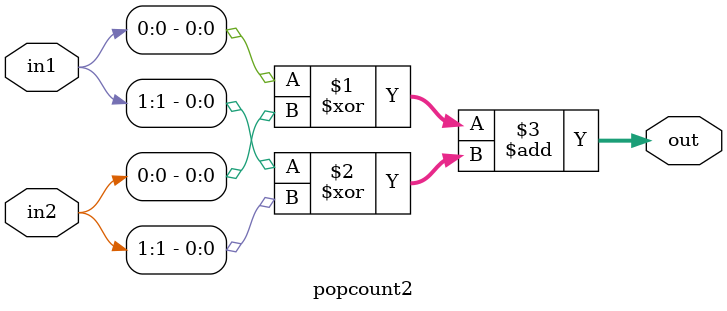
<source format=v>
module popcount2(in1,in2,out);
input [1:0]in1;
input [1:0]in2;
output [1:0]out;

assign out = (in1[0]^in2[0]) + (in1[1]^in2[1]);

endmodule

</source>
